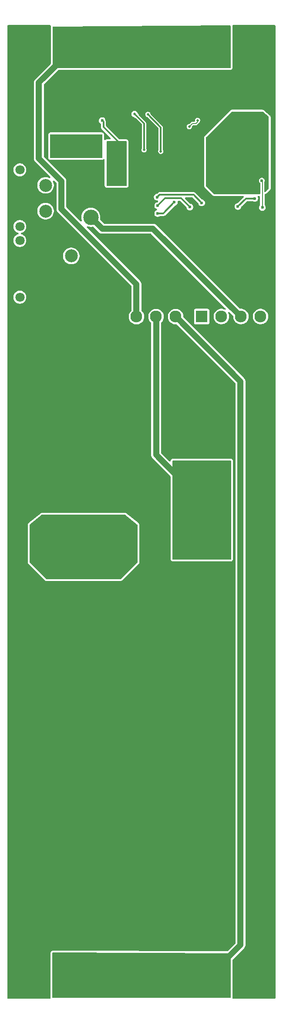
<source format=gbl>
%TF.GenerationSoftware,KiCad,Pcbnew,9.0.6*%
%TF.CreationDate,2025-12-14T22:45:36+01:00*%
%TF.ProjectId,balancingboardbyd,62616c61-6e63-4696-9e67-626f61726462,rev?*%
%TF.SameCoordinates,Original*%
%TF.FileFunction,Copper,L2,Bot*%
%TF.FilePolarity,Positive*%
%FSLAX46Y46*%
G04 Gerber Fmt 4.6, Leading zero omitted, Abs format (unit mm)*
G04 Created by KiCad (PCBNEW 9.0.6) date 2025-12-14 22:45:36*
%MOMM*%
%LPD*%
G01*
G04 APERTURE LIST*
%TA.AperFunction,ComponentPad*%
%ADD10R,2.300000X2.300000*%
%TD*%
%TA.AperFunction,ComponentPad*%
%ADD11C,2.300000*%
%TD*%
%TA.AperFunction,ComponentPad*%
%ADD12C,2.500000*%
%TD*%
%TA.AperFunction,ComponentPad*%
%ADD13C,1.800000*%
%TD*%
%TA.AperFunction,SMDPad,CuDef*%
%ADD14R,7.350000X5.320000*%
%TD*%
%TA.AperFunction,SMDPad,CuDef*%
%ADD15R,9.000000X7.500000*%
%TD*%
%TA.AperFunction,ViaPad*%
%ADD16C,0.600000*%
%TD*%
%TA.AperFunction,ViaPad*%
%ADD17C,3.000000*%
%TD*%
%TA.AperFunction,ViaPad*%
%ADD18C,0.500000*%
%TD*%
%TA.AperFunction,Conductor*%
%ADD19C,1.200000*%
%TD*%
%TA.AperFunction,Conductor*%
%ADD20C,0.200000*%
%TD*%
%TA.AperFunction,Conductor*%
%ADD21C,0.300000*%
%TD*%
G04 APERTURE END LIST*
D10*
%TO.P,CN5,1,1*%
%TO.N,BSET*%
X140480000Y-99080000D03*
D11*
%TO.P,CN5,2,2*%
%TO.N,B3*%
X144300000Y-99080000D03*
%TO.P,CN5,3,3*%
%TO.N,B4*%
X148110000Y-99080000D03*
%TO.P,CN5,4,4*%
%TO.N,B5*%
X151920000Y-99080000D03*
%TD*%
D10*
%TO.P,CN4,1,1*%
%TO.N,B6*%
X156980000Y-99070000D03*
D11*
%TO.P,CN4,2,2*%
%TO.N,B7*%
X160800000Y-99070000D03*
%TO.P,CN4,3,3*%
%TO.N,B8*%
X164610000Y-99070000D03*
%TO.P,CN4,4,4*%
%TO.N,unconnected-(CN4-Pad4)*%
X168420000Y-99070000D03*
%TD*%
D12*
%TO.P,U3,1,1*%
%TO.N,B8*%
X126620000Y-78620000D03*
%TO.P,U3,2,2*%
%TO.N,PACK-*%
X126620000Y-73620000D03*
D13*
%TO.P,U3,3,3*%
%TO.N,unconnected-(U3-Pad3)*%
X121620000Y-70620000D03*
%TO.P,U3,4,4*%
%TO.N,unconnected-(U3-Pad4)*%
X121620000Y-81620000D03*
%TD*%
D14*
%TO.P,BT2,1,1*%
%TO.N,B6*%
X135900000Y-143500000D03*
%TO.P,BT2,2,2*%
%TO.N,B5*%
X135900000Y-225200000D03*
%TO.P,BT2,3,3*%
%TO.N,B4*%
X155000000Y-143500000D03*
%TO.P,BT2,4,4*%
%TO.N,B5*%
X155000000Y-225200000D03*
%TD*%
D15*
%TO.P,U9,1,1*%
%TO.N,B3*%
X132480000Y-46540000D03*
%TO.P,U9,2,2*%
%TO.N,BSET*%
X132480000Y-132640000D03*
%TD*%
%TO.P,U6,1,1*%
%TO.N,B6*%
X132400000Y-141300000D03*
%TO.P,U6,2,2*%
%TO.N,B5*%
X132400000Y-227400000D03*
%TD*%
D12*
%TO.P,CN1,1,-*%
%TO.N,BSET*%
X131620000Y-92320000D03*
%TO.P,CN1,2,+*%
%TO.N,B8*%
X131620000Y-87320000D03*
D13*
%TO.P,CN1,3,3*%
%TO.N,unconnected-(CN1-Pad3)*%
X121620000Y-84320000D03*
%TO.P,CN1,4,4*%
%TO.N,unconnected-(CN1-Pad4)*%
X121620000Y-95320000D03*
%TD*%
D15*
%TO.P,U7,1,1*%
%TO.N,B5*%
X158100000Y-227400000D03*
%TO.P,U7,2,2*%
%TO.N,B4*%
X158100000Y-141300000D03*
%TD*%
D14*
%TO.P,BT3,1,1*%
%TO.N,B4*%
X155000000Y-129750000D03*
%TO.P,BT3,2,2*%
%TO.N,B3*%
X155000000Y-48050000D03*
%TO.P,BT3,3,3*%
%TO.N,BSET*%
X135900000Y-129750000D03*
%TO.P,BT3,4,4*%
%TO.N,B3*%
X135900000Y-48050000D03*
%TD*%
D15*
%TO.P,U8,1,1*%
%TO.N,B4*%
X158080000Y-132490000D03*
%TO.P,U8,2,2*%
%TO.N,B3*%
X158080000Y-46390000D03*
%TD*%
D16*
%TO.N,B5*%
X160675000Y-69515000D03*
X158225000Y-67065000D03*
X160725000Y-67115000D03*
X167375000Y-72515000D03*
X166825000Y-69365000D03*
X167875000Y-73115000D03*
X167525000Y-59715000D03*
X162025000Y-69515000D03*
X167375000Y-69815000D03*
X168275000Y-68665000D03*
X169425000Y-73715000D03*
X158775000Y-69565000D03*
X161175000Y-62465000D03*
X169475000Y-71315000D03*
D17*
%TO.N,BSET*%
X154020000Y-113620000D03*
X134020000Y-212620000D03*
X154020000Y-212620000D03*
X124020000Y-155620000D03*
X124020000Y-181620000D03*
X154020000Y-181620000D03*
D16*
X143775000Y-68815000D03*
D17*
X124020000Y-196620000D03*
X124020000Y-128620000D03*
D16*
X154275000Y-57815000D03*
D17*
X166020000Y-48620000D03*
X134020000Y-155620000D03*
X154020000Y-168620000D03*
D16*
X148525000Y-57815000D03*
D17*
X144020000Y-212620000D03*
X144020000Y-196620000D03*
D16*
X144375000Y-69315000D03*
X152325000Y-57815000D03*
D17*
X134020000Y-196620000D03*
X144020000Y-168620000D03*
D16*
X150425000Y-57815000D03*
D17*
X144020000Y-181620000D03*
X154020000Y-196620000D03*
X168020000Y-226620000D03*
X134020000Y-168620000D03*
D16*
X144925000Y-78865000D03*
D17*
X124020000Y-113620000D03*
X154020000Y-155620000D03*
D16*
X155775000Y-69965000D03*
D17*
X134020000Y-181620000D03*
X144020000Y-155620000D03*
X124020000Y-48620000D03*
D16*
X144925000Y-68815000D03*
X157025000Y-68765000D03*
D17*
X124020000Y-212620000D03*
X124020000Y-168620000D03*
D16*
X145025000Y-77315000D03*
%TO.N,VCC2*%
X168775000Y-77915000D03*
X168675000Y-72715000D03*
%TO.N,/VC5*%
X148325000Y-75915000D03*
X156975000Y-77015000D03*
D18*
%TO.N,/VC4*%
X143925000Y-59765000D03*
X145775000Y-66715000D03*
D16*
X148425000Y-77565000D03*
X154674999Y-77822840D03*
%TO.N,/VC3*%
X148425000Y-79065000D03*
X151665000Y-76915000D03*
D18*
%TO.N,COIN*%
X154571441Y-62238594D03*
X156176000Y-61015000D03*
D17*
%TO.N,B6*%
X125500000Y-144000000D03*
X142500000Y-146000000D03*
X131500000Y-148000000D03*
X135500000Y-148000000D03*
X139500000Y-148000000D03*
X139500000Y-139000000D03*
X142500000Y-142000000D03*
X125500000Y-140000000D03*
X127500000Y-147000000D03*
%TO.N,B8*%
X135420000Y-79820000D03*
D16*
%TO.N,O-*%
X136615000Y-64505000D03*
X135615000Y-64505000D03*
X134615000Y-64505000D03*
X136615000Y-65505000D03*
X132615000Y-66505000D03*
X130615000Y-67505000D03*
X135615000Y-67505000D03*
X129615000Y-64505000D03*
X135615000Y-65505000D03*
X128615000Y-66505000D03*
X136615000Y-67505000D03*
X128615000Y-67505000D03*
X129615000Y-66505000D03*
X130615000Y-64505000D03*
X133615000Y-66505000D03*
X134615000Y-65505000D03*
X130615000Y-66505000D03*
X133615000Y-64505000D03*
X133615000Y-67505000D03*
X131615000Y-66505000D03*
X128615000Y-65505000D03*
X130615000Y-65505000D03*
X133615000Y-65505000D03*
X132615000Y-65505000D03*
X132615000Y-64505000D03*
X134615000Y-66505000D03*
X131615000Y-64505000D03*
X134615000Y-67505000D03*
X128615000Y-64505000D03*
X132615000Y-67505000D03*
X129615000Y-65505000D03*
X131615000Y-65505000D03*
X135615000Y-66505000D03*
X136615000Y-66505000D03*
X131615000Y-67505000D03*
X129615000Y-67505000D03*
D18*
%TO.N,Net-(Q8-S)*%
X149025000Y-67015000D03*
X146525000Y-59865000D03*
D16*
%TO.N,Net-(Q11-S-Pad1)*%
X139875000Y-70315000D03*
X140875000Y-68315000D03*
X141875000Y-69315000D03*
X140875000Y-67315000D03*
X140875000Y-71315000D03*
X138875000Y-69315000D03*
X140875000Y-66315000D03*
X140875000Y-69315000D03*
X138875000Y-70315000D03*
X140875000Y-65315000D03*
X141875000Y-67315000D03*
X139875000Y-69315000D03*
X141875000Y-71315000D03*
X139875000Y-71315000D03*
X138875000Y-71315000D03*
X141875000Y-66315000D03*
X140875000Y-70315000D03*
X137625000Y-61065000D03*
X141875000Y-70315000D03*
X141875000Y-65315000D03*
X141875000Y-68315000D03*
%TO.N,/VC7*%
X164025000Y-77715000D03*
X167275000Y-76165000D03*
%TD*%
D19*
%TO.N,B5*%
X158100000Y-227400000D02*
X164520000Y-220980000D01*
X164520000Y-111655000D02*
X151925000Y-99060000D01*
X164520000Y-220980000D02*
X164520000Y-111655000D01*
D20*
%TO.N,VCC2*%
X168775000Y-72815000D02*
X168675000Y-72715000D01*
X168775000Y-77915000D02*
X168775000Y-72815000D01*
D21*
%TO.N,/VC5*%
X148325000Y-75915000D02*
X148775000Y-75465000D01*
X155425000Y-75465000D02*
X156975000Y-77015000D01*
X148775000Y-75465000D02*
X155425000Y-75465000D01*
%TO.N,/VC4*%
X152967159Y-76115000D02*
X154674999Y-77822840D01*
X148425000Y-77565000D02*
X149875000Y-76115000D01*
X145775000Y-61615000D02*
X145775000Y-66715000D01*
X149875000Y-76115000D02*
X152967159Y-76115000D01*
X143925000Y-59765000D02*
X145775000Y-61615000D01*
%TO.N,/VC3*%
X148425000Y-79065000D02*
X149515000Y-79065000D01*
X149515000Y-79065000D02*
X151665000Y-76915000D01*
D20*
%TO.N,COIN*%
X156176000Y-61265000D02*
X155826000Y-61615000D01*
X155826000Y-61615000D02*
X155198298Y-61615000D01*
X154574704Y-62238594D02*
X154571441Y-62238594D01*
X155198298Y-61615000D02*
X154574704Y-62238594D01*
X156176000Y-61015000D02*
X156176000Y-61265000D01*
D19*
%TO.N,B8*%
X147520000Y-82020000D02*
X137620000Y-82020000D01*
X164615000Y-99060000D02*
X164560000Y-99060000D01*
X137620000Y-82020000D02*
X135420000Y-79820000D01*
X164560000Y-99060000D02*
X147520000Y-82020000D01*
%TO.N,B4*%
X148115000Y-99060000D02*
X148115000Y-125915000D01*
X148115000Y-125915000D02*
X151950000Y-129750000D01*
X151950000Y-129750000D02*
X155000000Y-129750000D01*
%TO.N,B3*%
X129720000Y-78220000D02*
X129720000Y-72820000D01*
X144295000Y-92795000D02*
X129720000Y-78220000D01*
X144295000Y-99060000D02*
X144295000Y-92795000D01*
X129720000Y-72820000D02*
X125320000Y-68420000D01*
X125320000Y-68420000D02*
X125320000Y-53700000D01*
X125320000Y-53700000D02*
X132480000Y-46540000D01*
D21*
%TO.N,Net-(Q8-S)*%
X149025000Y-67015000D02*
X149025000Y-62365000D01*
X149025000Y-62365000D02*
X146525000Y-59865000D01*
%TO.N,Net-(Q11-S-Pad1)*%
X137875000Y-61315000D02*
X137875000Y-62315000D01*
X137875000Y-62315000D02*
X140875000Y-65315000D01*
X137625000Y-61065000D02*
X137875000Y-61315000D01*
%TO.N,/VC7*%
X167275000Y-76165000D02*
X165575000Y-76165000D01*
X165575000Y-76165000D02*
X164025000Y-77715000D01*
%TD*%
%TA.AperFunction,Conductor*%
%TO.N,BSET*%
G36*
X157325000Y-71315000D02*
G01*
X156325000Y-72315000D01*
X148325000Y-72315000D01*
X146325000Y-74315000D01*
X146325000Y-80315000D01*
X144325000Y-80315000D01*
X143325000Y-79315000D01*
X143325000Y-71315000D01*
X143325000Y-61315000D01*
X144113975Y-60526024D01*
X145334181Y-61746230D01*
X145367666Y-61807553D01*
X145370500Y-61833911D01*
X145370500Y-66373389D01*
X145353887Y-66435389D01*
X145304882Y-66520266D01*
X145304881Y-66520270D01*
X145270500Y-66648581D01*
X145270500Y-66781419D01*
X145304881Y-66909730D01*
X145371300Y-67024770D01*
X145465230Y-67118700D01*
X145580270Y-67185119D01*
X145708581Y-67219500D01*
X145708584Y-67219500D01*
X145841416Y-67219500D01*
X145841419Y-67219500D01*
X145969730Y-67185119D01*
X146084770Y-67118700D01*
X146178700Y-67024770D01*
X146245119Y-66909730D01*
X146279500Y-66781419D01*
X146279500Y-66648581D01*
X146245119Y-66520270D01*
X146196113Y-66435389D01*
X146179500Y-66373389D01*
X146179500Y-61561749D01*
X146179500Y-61561747D01*
X146151934Y-61458869D01*
X146098680Y-61366631D01*
X146023369Y-61291320D01*
X144686024Y-59953975D01*
X144841418Y-59798581D01*
X146020500Y-59798581D01*
X146020500Y-59931419D01*
X146054881Y-60059730D01*
X146121300Y-60174770D01*
X146215230Y-60268700D01*
X146330270Y-60335119D01*
X146424944Y-60360486D01*
X146480531Y-60392580D01*
X148584181Y-62496230D01*
X148617666Y-62557553D01*
X148620500Y-62583911D01*
X148620500Y-66673389D01*
X148603887Y-66735389D01*
X148554882Y-66820266D01*
X148554881Y-66820270D01*
X148520500Y-66948581D01*
X148520500Y-67081419D01*
X148554881Y-67209730D01*
X148621300Y-67324770D01*
X148715230Y-67418700D01*
X148830270Y-67485119D01*
X148958581Y-67519500D01*
X148958584Y-67519500D01*
X149091416Y-67519500D01*
X149091419Y-67519500D01*
X149219730Y-67485119D01*
X149334770Y-67418700D01*
X149428700Y-67324770D01*
X149495119Y-67209730D01*
X149529500Y-67081419D01*
X149529500Y-66948581D01*
X149495119Y-66820270D01*
X149472688Y-66781419D01*
X149446113Y-66735389D01*
X149429500Y-66673389D01*
X149429500Y-62311749D01*
X149429500Y-62311747D01*
X149401934Y-62208869D01*
X149380749Y-62172175D01*
X154066941Y-62172175D01*
X154066941Y-62305013D01*
X154101322Y-62433324D01*
X154167741Y-62548364D01*
X154261671Y-62642294D01*
X154376711Y-62708713D01*
X154505022Y-62743094D01*
X154505025Y-62743094D01*
X154637857Y-62743094D01*
X154637860Y-62743094D01*
X154766171Y-62708713D01*
X154881211Y-62642294D01*
X154975141Y-62548364D01*
X155041560Y-62433324D01*
X155075941Y-62305013D01*
X155075941Y-62290058D01*
X155095626Y-62223019D01*
X155112260Y-62202377D01*
X155308818Y-62005819D01*
X155370141Y-61972334D01*
X155396499Y-61969500D01*
X155872669Y-61969500D01*
X155872671Y-61969500D01*
X155962832Y-61945341D01*
X156043668Y-61898671D01*
X156459671Y-61482668D01*
X156473411Y-61458869D01*
X156503240Y-61407202D01*
X156522940Y-61381529D01*
X156579700Y-61324770D01*
X156646119Y-61209730D01*
X156680500Y-61081419D01*
X156680500Y-60948581D01*
X156646119Y-60820270D01*
X156579700Y-60705230D01*
X156485770Y-60611300D01*
X156370730Y-60544881D01*
X156242419Y-60510500D01*
X156109581Y-60510500D01*
X155981270Y-60544881D01*
X155981268Y-60544881D01*
X155981268Y-60544882D01*
X155866230Y-60611300D01*
X155866227Y-60611302D01*
X155772302Y-60705227D01*
X155772300Y-60705230D01*
X155705881Y-60820270D01*
X155671500Y-60948581D01*
X155671500Y-60948583D01*
X155671500Y-61081418D01*
X155677660Y-61104407D01*
X155675997Y-61174256D01*
X155636835Y-61232119D01*
X155572606Y-61259623D01*
X155557885Y-61260500D01*
X155244969Y-61260500D01*
X155151627Y-61260500D01*
X155091519Y-61276606D01*
X155061465Y-61284659D01*
X154980631Y-61331328D01*
X154980628Y-61331330D01*
X154614184Y-61697775D01*
X154552861Y-61731260D01*
X154526503Y-61734094D01*
X154505022Y-61734094D01*
X154376711Y-61768475D01*
X154376709Y-61768475D01*
X154376709Y-61768476D01*
X154261671Y-61834894D01*
X154261668Y-61834896D01*
X154167743Y-61928821D01*
X154167741Y-61928824D01*
X154101322Y-62043864D01*
X154066941Y-62172175D01*
X149380749Y-62172175D01*
X149348680Y-62116631D01*
X149273369Y-62041320D01*
X147052580Y-59820531D01*
X147020486Y-59764943D01*
X147002704Y-59698581D01*
X146995119Y-59670270D01*
X146928700Y-59555230D01*
X146834770Y-59461300D01*
X146719730Y-59394881D01*
X146591419Y-59360500D01*
X146458581Y-59360500D01*
X146330270Y-59394881D01*
X146330268Y-59394881D01*
X146330268Y-59394882D01*
X146215230Y-59461300D01*
X146215227Y-59461302D01*
X146121302Y-59555227D01*
X146121300Y-59555230D01*
X146054881Y-59670270D01*
X146020500Y-59798581D01*
X144841418Y-59798581D01*
X147325000Y-57315000D01*
X157325000Y-57315000D01*
X157325000Y-71315000D01*
G37*
%TD.AperFunction*%
%TD*%
%TA.AperFunction,Conductor*%
%TO.N,B5*%
G36*
X168847145Y-59334685D02*
G01*
X168859489Y-59343741D01*
X169980383Y-60277819D01*
X170019282Y-60335858D01*
X170025000Y-60373078D01*
X170025000Y-74256921D01*
X170005315Y-74323960D01*
X169980383Y-74352180D01*
X169332883Y-74891764D01*
X169268780Y-74919560D01*
X169199826Y-74908286D01*
X169147913Y-74861523D01*
X169129500Y-74796505D01*
X169129500Y-73070008D01*
X169146112Y-73008009D01*
X169191712Y-72929029D01*
X169229500Y-72788001D01*
X169229500Y-72641999D01*
X169191712Y-72500971D01*
X169118711Y-72374529D01*
X169015471Y-72271289D01*
X169015470Y-72271288D01*
X169015467Y-72271286D01*
X168889031Y-72198289D01*
X168889030Y-72198288D01*
X168889029Y-72198288D01*
X168748001Y-72160500D01*
X168601999Y-72160500D01*
X168460971Y-72198288D01*
X168460968Y-72198289D01*
X168334532Y-72271286D01*
X168334527Y-72271290D01*
X168231290Y-72374527D01*
X168231286Y-72374532D01*
X168158289Y-72500968D01*
X168158288Y-72500971D01*
X168120500Y-72641999D01*
X168120500Y-72788000D01*
X168158288Y-72929028D01*
X168158289Y-72929031D01*
X168231286Y-73055467D01*
X168231288Y-73055470D01*
X168231289Y-73055471D01*
X168334529Y-73158711D01*
X168358498Y-73172549D01*
X168406714Y-73223114D01*
X168420500Y-73279937D01*
X168420500Y-75191000D01*
X168400815Y-75258039D01*
X168348011Y-75303794D01*
X168296500Y-75315000D01*
X159376362Y-75315000D01*
X159309323Y-75295315D01*
X159288681Y-75278681D01*
X157861319Y-73851319D01*
X157827834Y-73789996D01*
X157825000Y-73763638D01*
X157825000Y-64366362D01*
X157844685Y-64299323D01*
X157861319Y-64278681D01*
X162788681Y-59351319D01*
X162850004Y-59317834D01*
X162876362Y-59315000D01*
X168780106Y-59315000D01*
X168847145Y-59334685D01*
G37*
%TD.AperFunction*%
%TD*%
%TA.AperFunction,Conductor*%
%TO.N,O-*%
G36*
X137618039Y-63734685D02*
G01*
X137663794Y-63787489D01*
X137675000Y-63839000D01*
X137675000Y-68191000D01*
X137655315Y-68258039D01*
X137602511Y-68303794D01*
X137551000Y-68315000D01*
X127599000Y-68315000D01*
X127531961Y-68295315D01*
X127486206Y-68242511D01*
X127475000Y-68191000D01*
X127475000Y-63839000D01*
X127494685Y-63771961D01*
X127547489Y-63726206D01*
X127599000Y-63715000D01*
X137551000Y-63715000D01*
X137618039Y-63734685D01*
G37*
%TD.AperFunction*%
%TD*%
%TA.AperFunction,Conductor*%
%TO.N,Net-(Q11-S-Pad1)*%
G36*
X142318039Y-65034685D02*
G01*
X142363794Y-65087489D01*
X142375000Y-65139000D01*
X142375000Y-73641000D01*
X142355315Y-73708039D01*
X142302511Y-73753794D01*
X142251000Y-73765000D01*
X138599000Y-73765000D01*
X138531961Y-73745315D01*
X138486206Y-73692511D01*
X138475000Y-73641000D01*
X138475000Y-65139000D01*
X138494685Y-65071961D01*
X138547489Y-65026206D01*
X138599000Y-65015000D01*
X142251000Y-65015000D01*
X142318039Y-65034685D01*
G37*
%TD.AperFunction*%
%TD*%
%TA.AperFunction,Conductor*%
%TO.N,B6*%
G36*
X142086261Y-137519685D02*
G01*
X142096376Y-137526927D01*
X144453158Y-139400267D01*
X144493390Y-139457390D01*
X144500000Y-139497336D01*
X144500000Y-146698638D01*
X144480315Y-146765677D01*
X144463681Y-146786319D01*
X141286319Y-149963681D01*
X141224996Y-149997166D01*
X141198638Y-150000000D01*
X126801362Y-150000000D01*
X126734323Y-149980315D01*
X126713681Y-149963681D01*
X123536319Y-146786319D01*
X123502834Y-146724996D01*
X123500000Y-146698638D01*
X123500000Y-139497336D01*
X123519685Y-139430297D01*
X123546840Y-139400268D01*
X125903620Y-137526929D01*
X125968348Y-137500625D01*
X125980778Y-137500000D01*
X142019222Y-137500000D01*
X142086261Y-137519685D01*
G37*
%TD.AperFunction*%
%TD*%
%TA.AperFunction,Conductor*%
%TO.N,BSET*%
G36*
X127566138Y-42540462D02*
G01*
X127620676Y-42595000D01*
X127640638Y-42669500D01*
X127639081Y-42690984D01*
X127629500Y-42756733D01*
X127629500Y-49984572D01*
X127609538Y-50059072D01*
X127585859Y-50089931D01*
X124581701Y-53094088D01*
X124477677Y-53249770D01*
X124477674Y-53249774D01*
X124435705Y-53351097D01*
X124435705Y-53351099D01*
X124406027Y-53422749D01*
X124406026Y-53422752D01*
X124369500Y-53606383D01*
X124369500Y-68513617D01*
X124381205Y-68572463D01*
X124406026Y-68697249D01*
X124406027Y-68697251D01*
X124423527Y-68739500D01*
X124477675Y-68870227D01*
X124477676Y-68870229D01*
X124477677Y-68870230D01*
X124581698Y-69025908D01*
X124581701Y-69025911D01*
X127503304Y-71947514D01*
X127541868Y-72014309D01*
X127541868Y-72091437D01*
X127503304Y-72158232D01*
X127436509Y-72196796D01*
X127359381Y-72196796D01*
X127330301Y-72185633D01*
X127234390Y-72136764D01*
X127234384Y-72136762D01*
X127234379Y-72136759D01*
X126994785Y-72058910D01*
X126745962Y-72019500D01*
X126494038Y-72019500D01*
X126286685Y-72052341D01*
X126245214Y-72058910D01*
X126145107Y-72091437D01*
X126005621Y-72136759D01*
X126005615Y-72136761D01*
X126005615Y-72136762D01*
X125781153Y-72251131D01*
X125781152Y-72251131D01*
X125577345Y-72399206D01*
X125577342Y-72399208D01*
X125399208Y-72577342D01*
X125399206Y-72577345D01*
X125251131Y-72781152D01*
X125251131Y-72781153D01*
X125136762Y-73005615D01*
X125136757Y-73005627D01*
X125069147Y-73213710D01*
X125058910Y-73245215D01*
X125019500Y-73494038D01*
X125019500Y-73745962D01*
X125058910Y-73994785D01*
X125136759Y-74234379D01*
X125233436Y-74424119D01*
X125251131Y-74458846D01*
X125251131Y-74458847D01*
X125324141Y-74559336D01*
X125399207Y-74662656D01*
X125577344Y-74840793D01*
X125781155Y-74988870D01*
X126005621Y-75103241D01*
X126245215Y-75181090D01*
X126494038Y-75220500D01*
X126494043Y-75220500D01*
X126745957Y-75220500D01*
X126745962Y-75220500D01*
X126994785Y-75181090D01*
X127234379Y-75103241D01*
X127458845Y-74988870D01*
X127662656Y-74840793D01*
X127840793Y-74662656D01*
X127988870Y-74458845D01*
X128103241Y-74234379D01*
X128181090Y-73994785D01*
X128220500Y-73745962D01*
X128220500Y-73494038D01*
X128181090Y-73245215D01*
X128103241Y-73005621D01*
X128054365Y-72909697D01*
X128038330Y-72834256D01*
X128062164Y-72760903D01*
X128119481Y-72709294D01*
X128194924Y-72693258D01*
X128268277Y-72717092D01*
X128292485Y-72736695D01*
X128725859Y-73170069D01*
X128764423Y-73236864D01*
X128769500Y-73275428D01*
X128769500Y-78313617D01*
X128774525Y-78338880D01*
X128794539Y-78439499D01*
X128806026Y-78497249D01*
X128877675Y-78670227D01*
X128877676Y-78670229D01*
X128877677Y-78670230D01*
X128981698Y-78825908D01*
X128981701Y-78825911D01*
X143300859Y-93145069D01*
X143339423Y-93211864D01*
X143344500Y-93250428D01*
X143344500Y-97851755D01*
X143324538Y-97926255D01*
X143300859Y-97957114D01*
X143155483Y-98102490D01*
X143155479Y-98102494D01*
X143155476Y-98102499D01*
X143016658Y-98293565D01*
X142964504Y-98395924D01*
X142909432Y-98504008D01*
X142836447Y-98728632D01*
X142799500Y-98961908D01*
X142799500Y-99198092D01*
X142836447Y-99431368D01*
X142909432Y-99655992D01*
X143016657Y-99866433D01*
X143155483Y-100057510D01*
X143322490Y-100224517D01*
X143513567Y-100363343D01*
X143724008Y-100470568D01*
X143948632Y-100543553D01*
X144181908Y-100580500D01*
X144181913Y-100580500D01*
X144418087Y-100580500D01*
X144418092Y-100580500D01*
X144651368Y-100543553D01*
X144875992Y-100470568D01*
X145086433Y-100363343D01*
X145277510Y-100224517D01*
X145444517Y-100057510D01*
X145583343Y-99866433D01*
X145690568Y-99655992D01*
X145763553Y-99431368D01*
X145800500Y-99198092D01*
X145800500Y-98961908D01*
X146609500Y-98961908D01*
X146609500Y-99198092D01*
X146646447Y-99431368D01*
X146719432Y-99655992D01*
X146826657Y-99866433D01*
X146965483Y-100057510D01*
X147120860Y-100212887D01*
X147159423Y-100279680D01*
X147164500Y-100318244D01*
X147164500Y-126008617D01*
X147201026Y-126192247D01*
X147201027Y-126192251D01*
X147272675Y-126365227D01*
X147272676Y-126365229D01*
X147272677Y-126365230D01*
X147376698Y-126520908D01*
X147376700Y-126520910D01*
X147376701Y-126520911D01*
X150900859Y-130045068D01*
X150939423Y-130111863D01*
X150944500Y-130150427D01*
X150944500Y-146075994D01*
X150944501Y-146076012D01*
X150952623Y-146151560D01*
X150952624Y-146151568D01*
X150952625Y-146151570D01*
X150957974Y-146176159D01*
X150963831Y-146203079D01*
X150963835Y-146203096D01*
X150981502Y-146260462D01*
X150990186Y-146274669D01*
X150996910Y-146286929D01*
X151035802Y-146366483D01*
X151118517Y-146449198D01*
X151120278Y-146450059D01*
X151142283Y-146464971D01*
X151142638Y-146464447D01*
X151151468Y-146470407D01*
X151151473Y-146470409D01*
X151151475Y-146470411D01*
X151256802Y-146521414D01*
X151323841Y-146541099D01*
X151367491Y-146547375D01*
X151423989Y-146555499D01*
X151423997Y-146555499D01*
X151424000Y-146555500D01*
X151424003Y-146555500D01*
X162575994Y-146555500D01*
X162576000Y-146555500D01*
X162651570Y-146547375D01*
X162703081Y-146536169D01*
X162760464Y-146518497D01*
X162860314Y-146457463D01*
X162913118Y-146411708D01*
X162970411Y-146348525D01*
X163021414Y-146243198D01*
X163041099Y-146176159D01*
X163050048Y-146113914D01*
X163055499Y-146076010D01*
X163055500Y-146075997D01*
X163055500Y-127124005D01*
X163055500Y-127124000D01*
X163047375Y-127048430D01*
X163036169Y-126996919D01*
X163018497Y-126939536D01*
X162957463Y-126839686D01*
X162911708Y-126786882D01*
X162848526Y-126729590D01*
X162848527Y-126729590D01*
X162848525Y-126729589D01*
X162743198Y-126678586D01*
X162743190Y-126678583D01*
X162743189Y-126678583D01*
X162676159Y-126658901D01*
X162676154Y-126658900D01*
X162576010Y-126644500D01*
X162576000Y-126644500D01*
X151424000Y-126644500D01*
X151423994Y-126644500D01*
X151423987Y-126644501D01*
X151348439Y-126652623D01*
X151348430Y-126652625D01*
X151296919Y-126663831D01*
X151296914Y-126663832D01*
X151296896Y-126663837D01*
X151239542Y-126681500D01*
X151239537Y-126681502D01*
X151139692Y-126742532D01*
X151139686Y-126742536D01*
X151086879Y-126788294D01*
X151029590Y-126851473D01*
X151029589Y-126851474D01*
X151029589Y-126851475D01*
X150978586Y-126956802D01*
X150978584Y-126956806D01*
X150978583Y-126956810D01*
X150958901Y-127023840D01*
X150958900Y-127023842D01*
X150952130Y-127070927D01*
X150921767Y-127141827D01*
X150860022Y-127188047D01*
X150783439Y-127197202D01*
X150712539Y-127166839D01*
X150699288Y-127155078D01*
X149109141Y-125564931D01*
X149070577Y-125498136D01*
X149065500Y-125459572D01*
X149065500Y-100308244D01*
X149085462Y-100233744D01*
X149109137Y-100202889D01*
X149254517Y-100057510D01*
X149393343Y-99866433D01*
X149500568Y-99655992D01*
X149573553Y-99431368D01*
X149610500Y-99198092D01*
X149610500Y-98961908D01*
X149573553Y-98728632D01*
X149500568Y-98504008D01*
X149393343Y-98293567D01*
X149254517Y-98102490D01*
X149087510Y-97935483D01*
X148896433Y-97796657D01*
X148685992Y-97689432D01*
X148461368Y-97616447D01*
X148228092Y-97579500D01*
X147991908Y-97579500D01*
X147758632Y-97616447D01*
X147564776Y-97679435D01*
X147534008Y-97689432D01*
X147534002Y-97689434D01*
X147534002Y-97689435D01*
X147323565Y-97796658D01*
X147132499Y-97935476D01*
X147132488Y-97935485D01*
X146965485Y-98102488D01*
X146965476Y-98102499D01*
X146826658Y-98293565D01*
X146774504Y-98395924D01*
X146719432Y-98504008D01*
X146646447Y-98728632D01*
X146609500Y-98961908D01*
X145800500Y-98961908D01*
X145763553Y-98728632D01*
X145690568Y-98504008D01*
X145583343Y-98293567D01*
X145444517Y-98102490D01*
X145289141Y-97947114D01*
X145250577Y-97880319D01*
X145245500Y-97841755D01*
X145245500Y-92701383D01*
X145208973Y-92517750D01*
X145208973Y-92517749D01*
X145179294Y-92446099D01*
X145137323Y-92344770D01*
X145033302Y-92189092D01*
X134664525Y-81820315D01*
X134625961Y-81753520D01*
X134625961Y-81676392D01*
X134664525Y-81609597D01*
X134731320Y-81571033D01*
X134808448Y-81571033D01*
X134819205Y-81574686D01*
X134819274Y-81574484D01*
X134823891Y-81576050D01*
X134823900Y-81576054D01*
X135058211Y-81638838D01*
X135058217Y-81638838D01*
X135058218Y-81638839D01*
X135123600Y-81647446D01*
X135298712Y-81670500D01*
X135541288Y-81670500D01*
X135781789Y-81638838D01*
X135787689Y-81637257D01*
X135864815Y-81637257D01*
X135931610Y-81675821D01*
X135931611Y-81675821D01*
X137014092Y-82758302D01*
X137169770Y-82862323D01*
X137271099Y-82904294D01*
X137342749Y-82933973D01*
X137434566Y-82952236D01*
X137526383Y-82970500D01*
X137526384Y-82970500D01*
X147064572Y-82970500D01*
X147139072Y-82990462D01*
X147169931Y-83014141D01*
X161647079Y-97491289D01*
X161685643Y-97558084D01*
X161685643Y-97635212D01*
X161647079Y-97702007D01*
X161580284Y-97740571D01*
X161503156Y-97740571D01*
X161474075Y-97729408D01*
X161375992Y-97679432D01*
X161151368Y-97606447D01*
X160918092Y-97569500D01*
X160681908Y-97569500D01*
X160448632Y-97606447D01*
X160224008Y-97679432D01*
X160224002Y-97679434D01*
X160224002Y-97679435D01*
X160013565Y-97786658D01*
X159822499Y-97925476D01*
X159822488Y-97925485D01*
X159655485Y-98092488D01*
X159655476Y-98092499D01*
X159516658Y-98283565D01*
X159516657Y-98283567D01*
X159409432Y-98494008D01*
X159336447Y-98718632D01*
X159299500Y-98951908D01*
X159299500Y-99188092D01*
X159336447Y-99421368D01*
X159409432Y-99645992D01*
X159516657Y-99856433D01*
X159655483Y-100047510D01*
X159822490Y-100214517D01*
X160013567Y-100353343D01*
X160224008Y-100460568D01*
X160448632Y-100533553D01*
X160681908Y-100570500D01*
X160681913Y-100570500D01*
X160918087Y-100570500D01*
X160918092Y-100570500D01*
X161151368Y-100533553D01*
X161375992Y-100460568D01*
X161586433Y-100353343D01*
X161777510Y-100214517D01*
X161944517Y-100047510D01*
X162083343Y-99856433D01*
X162190568Y-99645992D01*
X162263553Y-99421368D01*
X162300500Y-99188092D01*
X162300500Y-98951908D01*
X162263553Y-98718632D01*
X162190568Y-98494008D01*
X162140590Y-98395921D01*
X162124555Y-98320482D01*
X162148389Y-98247128D01*
X162205706Y-98195519D01*
X162281148Y-98179483D01*
X162354502Y-98203317D01*
X162378710Y-98222920D01*
X163065859Y-98910069D01*
X163104423Y-98976864D01*
X163109500Y-99015428D01*
X163109500Y-99188092D01*
X163146447Y-99421368D01*
X163219432Y-99645992D01*
X163326657Y-99856433D01*
X163465483Y-100047510D01*
X163632490Y-100214517D01*
X163823567Y-100353343D01*
X164034008Y-100460568D01*
X164258632Y-100533553D01*
X164491908Y-100570500D01*
X164491913Y-100570500D01*
X164728087Y-100570500D01*
X164728092Y-100570500D01*
X164961368Y-100533553D01*
X165185992Y-100460568D01*
X165396433Y-100353343D01*
X165587510Y-100214517D01*
X165754517Y-100047510D01*
X165893343Y-99856433D01*
X166000568Y-99645992D01*
X166073553Y-99421368D01*
X166110500Y-99188092D01*
X166110500Y-98951908D01*
X166919500Y-98951908D01*
X166919500Y-99188092D01*
X166956447Y-99421368D01*
X167029432Y-99645992D01*
X167136657Y-99856433D01*
X167275483Y-100047510D01*
X167442490Y-100214517D01*
X167633567Y-100353343D01*
X167844008Y-100460568D01*
X168068632Y-100533553D01*
X168301908Y-100570500D01*
X168301913Y-100570500D01*
X168538087Y-100570500D01*
X168538092Y-100570500D01*
X168771368Y-100533553D01*
X168995992Y-100460568D01*
X169206433Y-100353343D01*
X169397510Y-100214517D01*
X169564517Y-100047510D01*
X169703343Y-99856433D01*
X169810568Y-99645992D01*
X169883553Y-99421368D01*
X169920500Y-99188092D01*
X169920500Y-98951908D01*
X169883553Y-98718632D01*
X169810568Y-98494008D01*
X169703343Y-98283567D01*
X169564517Y-98092490D01*
X169397510Y-97925483D01*
X169206433Y-97786657D01*
X168995992Y-97679432D01*
X168771368Y-97606447D01*
X168538092Y-97569500D01*
X168301908Y-97569500D01*
X168068632Y-97606447D01*
X167844008Y-97679432D01*
X167844002Y-97679434D01*
X167844002Y-97679435D01*
X167633565Y-97786658D01*
X167442499Y-97925476D01*
X167442488Y-97925485D01*
X167275485Y-98092488D01*
X167275476Y-98092499D01*
X167136658Y-98283565D01*
X167136657Y-98283567D01*
X167029432Y-98494008D01*
X166956447Y-98718632D01*
X166919500Y-98951908D01*
X166110500Y-98951908D01*
X166073553Y-98718632D01*
X166000568Y-98494008D01*
X165893343Y-98283567D01*
X165754517Y-98092490D01*
X165587510Y-97925483D01*
X165396433Y-97786657D01*
X165185992Y-97679432D01*
X164961368Y-97606447D01*
X164728092Y-97569500D01*
X164491908Y-97569500D01*
X164491894Y-97569500D01*
X164487872Y-97569816D01*
X164486168Y-97569500D01*
X164486054Y-97569500D01*
X164486054Y-97569478D01*
X164412037Y-97555750D01*
X164370843Y-97526633D01*
X148125911Y-81281701D01*
X148125908Y-81281698D01*
X147970230Y-81177677D01*
X147970227Y-81177676D01*
X147970225Y-81177674D01*
X147868902Y-81135705D01*
X147868901Y-81135705D01*
X147797251Y-81106027D01*
X147797247Y-81106026D01*
X147750722Y-81096771D01*
X147705433Y-81087763D01*
X147705432Y-81087762D01*
X147613617Y-81069500D01*
X147613616Y-81069500D01*
X138075428Y-81069500D01*
X138000928Y-81049538D01*
X137970069Y-81025859D01*
X137275821Y-80331611D01*
X137237257Y-80264816D01*
X137237257Y-80187689D01*
X137238838Y-80181789D01*
X137270500Y-79941288D01*
X137270500Y-79698712D01*
X137238922Y-79458846D01*
X137238839Y-79458218D01*
X137238838Y-79458217D01*
X137238838Y-79458211D01*
X137176054Y-79223900D01*
X137083224Y-78999788D01*
X136961936Y-78789711D01*
X136814265Y-78597262D01*
X136642738Y-78425735D01*
X136450289Y-78278064D01*
X136355134Y-78223126D01*
X136240216Y-78156778D01*
X136240214Y-78156777D01*
X136240212Y-78156776D01*
X136031382Y-78070276D01*
X136016103Y-78063947D01*
X136016101Y-78063946D01*
X136016100Y-78063946D01*
X135781789Y-78001162D01*
X135781787Y-78001161D01*
X135781781Y-78001160D01*
X135541293Y-77969500D01*
X135541288Y-77969500D01*
X135298712Y-77969500D01*
X135298706Y-77969500D01*
X135058218Y-78001160D01*
X134823896Y-78063947D01*
X134599783Y-78156778D01*
X134389712Y-78278063D01*
X134366920Y-78295552D01*
X134197262Y-78425735D01*
X134197260Y-78425736D01*
X134197256Y-78425740D01*
X134025740Y-78597256D01*
X133878063Y-78789712D01*
X133756778Y-78999783D01*
X133663947Y-79223896D01*
X133601160Y-79458218D01*
X133569500Y-79698706D01*
X133569500Y-79941293D01*
X133601160Y-80181781D01*
X133601161Y-80181787D01*
X133601162Y-80181789D01*
X133651459Y-80369500D01*
X133663948Y-80416106D01*
X133665516Y-80420726D01*
X133663785Y-80421313D01*
X133672767Y-80489576D01*
X133643245Y-80560830D01*
X133582051Y-80607778D01*
X133505582Y-80617839D01*
X133434328Y-80588317D01*
X133419684Y-80575474D01*
X130714141Y-77869931D01*
X130675577Y-77803136D01*
X130670500Y-77764572D01*
X130670500Y-72726383D01*
X130658324Y-72665172D01*
X130633973Y-72542749D01*
X130601561Y-72464500D01*
X130574516Y-72399208D01*
X130562324Y-72369772D01*
X130562323Y-72369770D01*
X130458302Y-72214092D01*
X126314141Y-68069931D01*
X126275577Y-68003136D01*
X126270500Y-67964572D01*
X126270500Y-63838989D01*
X127119500Y-63838989D01*
X127119500Y-68190994D01*
X127119501Y-68191012D01*
X127127623Y-68266560D01*
X127127624Y-68266568D01*
X127127625Y-68266570D01*
X127132974Y-68291159D01*
X127138831Y-68318079D01*
X127138837Y-68318103D01*
X127156500Y-68375457D01*
X127156502Y-68375462D01*
X127217532Y-68475307D01*
X127217536Y-68475313D01*
X127217537Y-68475314D01*
X127249041Y-68511672D01*
X127263294Y-68528120D01*
X127326473Y-68585409D01*
X127326475Y-68585411D01*
X127431802Y-68636414D01*
X127498841Y-68656099D01*
X127542491Y-68662375D01*
X127598989Y-68670499D01*
X127598997Y-68670499D01*
X127599000Y-68670500D01*
X127599003Y-68670500D01*
X137550994Y-68670500D01*
X137551000Y-68670500D01*
X137626570Y-68662375D01*
X137678081Y-68651169D01*
X137735464Y-68633497D01*
X137835314Y-68572463D01*
X137872927Y-68539870D01*
X137942300Y-68506171D01*
X138019232Y-68511672D01*
X138083106Y-68554903D01*
X138116807Y-68624278D01*
X138119500Y-68652478D01*
X138119500Y-73640994D01*
X138119501Y-73641012D01*
X138127623Y-73716560D01*
X138127624Y-73716568D01*
X138127625Y-73716570D01*
X138137864Y-73763638D01*
X138138831Y-73768079D01*
X138138837Y-73768103D01*
X138156500Y-73825457D01*
X138156502Y-73825462D01*
X138217532Y-73925307D01*
X138217536Y-73925313D01*
X138217537Y-73925314D01*
X138247912Y-73960369D01*
X138263294Y-73978120D01*
X138326473Y-74035409D01*
X138326475Y-74035411D01*
X138431802Y-74086414D01*
X138498841Y-74106099D01*
X138542491Y-74112375D01*
X138598989Y-74120499D01*
X138598997Y-74120499D01*
X138599000Y-74120500D01*
X138599003Y-74120500D01*
X142250994Y-74120500D01*
X142251000Y-74120500D01*
X142326570Y-74112375D01*
X142378081Y-74101169D01*
X142435464Y-74083497D01*
X142535314Y-74022463D01*
X142588118Y-73976708D01*
X142645411Y-73913525D01*
X142696414Y-73808198D01*
X142716099Y-73741159D01*
X142725048Y-73678914D01*
X142730499Y-73641010D01*
X142730500Y-73640997D01*
X142730500Y-65139005D01*
X142730500Y-65139000D01*
X142722375Y-65063430D01*
X142711169Y-65011919D01*
X142693497Y-64954536D01*
X142632463Y-64854686D01*
X142586708Y-64801882D01*
X142523526Y-64744590D01*
X142523527Y-64744590D01*
X142523525Y-64744589D01*
X142418198Y-64693586D01*
X142418190Y-64693583D01*
X142418189Y-64693583D01*
X142351159Y-64673901D01*
X142351154Y-64673900D01*
X142251010Y-64659500D01*
X142251000Y-64659500D01*
X140989032Y-64659500D01*
X140914532Y-64639538D01*
X140883673Y-64615859D01*
X138419141Y-62151327D01*
X138380577Y-62084532D01*
X138375500Y-62045968D01*
X138375500Y-61251140D01*
X138375500Y-61249108D01*
X138374877Y-61246784D01*
X138341392Y-61121814D01*
X138323667Y-61091113D01*
X138284490Y-61023257D01*
X138280514Y-61013301D01*
X138279548Y-61005172D01*
X138272750Y-60987108D01*
X138250501Y-60875256D01*
X138250500Y-60875254D01*
X138201468Y-60756880D01*
X138201467Y-60756879D01*
X138201465Y-60756873D01*
X138130276Y-60650331D01*
X138039669Y-60559724D01*
X137933127Y-60488535D01*
X137933123Y-60488533D01*
X137933119Y-60488531D01*
X137814745Y-60439499D01*
X137814743Y-60439498D01*
X137689072Y-60414500D01*
X137689069Y-60414500D01*
X137560931Y-60414500D01*
X137560927Y-60414500D01*
X137435256Y-60439498D01*
X137435254Y-60439499D01*
X137316880Y-60488531D01*
X137316873Y-60488535D01*
X137248112Y-60534480D01*
X137210327Y-60559727D01*
X137119727Y-60650327D01*
X137048535Y-60756873D01*
X137048531Y-60756880D01*
X136999499Y-60875254D01*
X136999498Y-60875256D01*
X136974500Y-61000927D01*
X136974500Y-61129072D01*
X136999498Y-61254743D01*
X136999499Y-61254745D01*
X137048531Y-61373119D01*
X137048533Y-61373123D01*
X137048535Y-61373127D01*
X137119724Y-61479669D01*
X137210331Y-61570276D01*
X137308280Y-61635723D01*
X137359134Y-61693711D01*
X137374500Y-61759612D01*
X137374500Y-62249108D01*
X137374500Y-62380892D01*
X137408608Y-62508186D01*
X137408609Y-62508187D01*
X137474497Y-62622310D01*
X137474498Y-62622311D01*
X137474500Y-62622314D01*
X138406872Y-63554686D01*
X139257327Y-64405141D01*
X139295891Y-64471936D01*
X139295891Y-64549064D01*
X139257327Y-64615859D01*
X139190532Y-64654423D01*
X139151968Y-64659500D01*
X138599000Y-64659500D01*
X138598994Y-64659500D01*
X138598987Y-64659501D01*
X138523439Y-64667623D01*
X138523430Y-64667625D01*
X138471919Y-64678831D01*
X138471914Y-64678832D01*
X138471896Y-64678837D01*
X138414542Y-64696500D01*
X138414537Y-64696502D01*
X138314692Y-64757532D01*
X138314686Y-64757537D01*
X138277074Y-64790128D01*
X138207698Y-64823828D01*
X138130766Y-64818326D01*
X138066893Y-64775095D01*
X138033193Y-64705719D01*
X138030500Y-64677521D01*
X138030500Y-63839005D01*
X138030500Y-63839000D01*
X138022375Y-63763430D01*
X138011169Y-63711919D01*
X137993497Y-63654536D01*
X137932463Y-63554686D01*
X137886708Y-63501882D01*
X137823526Y-63444590D01*
X137823527Y-63444590D01*
X137823525Y-63444589D01*
X137718198Y-63393586D01*
X137718190Y-63393583D01*
X137718189Y-63393583D01*
X137651159Y-63373901D01*
X137651154Y-63373900D01*
X137551010Y-63359500D01*
X137551000Y-63359500D01*
X127599000Y-63359500D01*
X127598994Y-63359500D01*
X127598987Y-63359501D01*
X127523439Y-63367623D01*
X127523430Y-63367625D01*
X127471919Y-63378831D01*
X127471914Y-63378832D01*
X127471896Y-63378837D01*
X127414542Y-63396500D01*
X127414537Y-63396502D01*
X127314692Y-63457532D01*
X127314686Y-63457536D01*
X127261879Y-63503294D01*
X127204590Y-63566473D01*
X127204589Y-63566474D01*
X127204589Y-63566475D01*
X127153586Y-63671802D01*
X127153584Y-63671806D01*
X127153583Y-63671810D01*
X127133901Y-63738840D01*
X127133900Y-63738845D01*
X127119500Y-63838989D01*
X126270500Y-63838989D01*
X126270500Y-59685941D01*
X143324500Y-59685941D01*
X143324500Y-59685943D01*
X143324500Y-59844057D01*
X143365423Y-59996784D01*
X143444480Y-60133716D01*
X143556284Y-60245520D01*
X143693216Y-60324577D01*
X143768778Y-60344823D01*
X143835573Y-60383387D01*
X144046093Y-60593907D01*
X143325000Y-61315000D01*
X143325000Y-71315000D01*
X143325000Y-79315000D01*
X144325000Y-80315000D01*
X146325000Y-80315000D01*
X146325000Y-75850927D01*
X147674500Y-75850927D01*
X147674500Y-75979072D01*
X147699498Y-76104743D01*
X147699499Y-76104745D01*
X147748531Y-76223119D01*
X147748533Y-76223123D01*
X147748535Y-76223127D01*
X147819724Y-76329669D01*
X147910331Y-76420276D01*
X148016873Y-76491465D01*
X148135256Y-76540501D01*
X148260931Y-76565500D01*
X148260935Y-76565500D01*
X148356968Y-76565500D01*
X148375916Y-76570577D01*
X148395533Y-76570577D01*
X148412520Y-76580385D01*
X148431468Y-76585462D01*
X148445339Y-76599333D01*
X148462328Y-76609142D01*
X148472135Y-76626129D01*
X148486006Y-76640000D01*
X148491083Y-76658949D01*
X148500891Y-76675937D01*
X148500891Y-76695552D01*
X148505968Y-76714500D01*
X148500891Y-76733447D01*
X148500891Y-76753065D01*
X148491082Y-76770052D01*
X148486006Y-76789000D01*
X148462326Y-76819860D01*
X148401322Y-76880863D01*
X148334527Y-76919426D01*
X148325034Y-76921640D01*
X148235255Y-76939499D01*
X148235254Y-76939499D01*
X148116880Y-76988531D01*
X148116873Y-76988535D01*
X148011550Y-77058910D01*
X148010327Y-77059727D01*
X147919727Y-77150327D01*
X147919724Y-77150330D01*
X147919724Y-77150331D01*
X147883366Y-77204745D01*
X147848535Y-77256873D01*
X147848531Y-77256880D01*
X147799499Y-77375254D01*
X147799498Y-77375256D01*
X147774500Y-77500927D01*
X147774500Y-77629072D01*
X147799498Y-77754743D01*
X147799499Y-77754745D01*
X147848531Y-77873119D01*
X147848533Y-77873123D01*
X147848535Y-77873127D01*
X147919724Y-77979669D01*
X148010331Y-78070276D01*
X148116873Y-78141465D01*
X148116875Y-78141466D01*
X148116877Y-78141467D01*
X148203487Y-78177342D01*
X148264677Y-78224295D01*
X148294192Y-78295552D01*
X148284125Y-78372020D01*
X148237172Y-78433210D01*
X148203487Y-78452658D01*
X148116877Y-78488532D01*
X148116873Y-78488535D01*
X148010782Y-78559423D01*
X148010327Y-78559727D01*
X147919727Y-78650327D01*
X147919724Y-78650330D01*
X147919724Y-78650331D01*
X147848535Y-78756873D01*
X147848531Y-78756880D01*
X147799499Y-78875254D01*
X147799498Y-78875256D01*
X147774500Y-79000927D01*
X147774500Y-79129072D01*
X147799498Y-79254743D01*
X147799499Y-79254745D01*
X147848531Y-79373119D01*
X147848533Y-79373123D01*
X147848535Y-79373127D01*
X147919724Y-79479669D01*
X148010331Y-79570276D01*
X148116873Y-79641465D01*
X148235256Y-79690501D01*
X148360931Y-79715500D01*
X148360935Y-79715500D01*
X148489065Y-79715500D01*
X148489069Y-79715500D01*
X148614744Y-79690501D01*
X148733127Y-79641465D01*
X148809234Y-79590612D01*
X148882269Y-79565819D01*
X148892015Y-79565500D01*
X149580892Y-79565500D01*
X149708186Y-79531392D01*
X149822314Y-79465500D01*
X151688678Y-77599135D01*
X151755471Y-77560573D01*
X151764952Y-77558362D01*
X151854744Y-77540501D01*
X151973127Y-77491465D01*
X152079669Y-77420276D01*
X152170276Y-77329669D01*
X152241465Y-77223127D01*
X152290501Y-77104744D01*
X152315500Y-76979069D01*
X152315500Y-76850931D01*
X152310393Y-76825256D01*
X152304090Y-76793568D01*
X152305058Y-76778797D01*
X152301227Y-76764500D01*
X152307538Y-76740943D01*
X152309134Y-76716606D01*
X152317357Y-76704297D01*
X152321189Y-76690000D01*
X152338434Y-76672754D01*
X152351984Y-76652476D01*
X152365259Y-76645929D01*
X152375727Y-76635462D01*
X152399286Y-76629149D01*
X152421159Y-76618363D01*
X152450227Y-76615500D01*
X152698127Y-76615500D01*
X152772627Y-76635462D01*
X152803486Y-76659141D01*
X153990861Y-77846516D01*
X154029425Y-77913311D01*
X154031639Y-77922805D01*
X154049498Y-78012584D01*
X154049498Y-78012585D01*
X154098530Y-78130959D01*
X154098532Y-78130963D01*
X154098534Y-78130967D01*
X154169723Y-78237509D01*
X154260330Y-78328116D01*
X154366872Y-78399305D01*
X154485255Y-78448341D01*
X154610930Y-78473340D01*
X154610934Y-78473340D01*
X154739064Y-78473340D01*
X154739068Y-78473340D01*
X154864743Y-78448341D01*
X154983126Y-78399305D01*
X155089668Y-78328116D01*
X155180275Y-78237509D01*
X155251464Y-78130967D01*
X155300500Y-78012584D01*
X155325499Y-77886909D01*
X155325499Y-77758771D01*
X155300500Y-77633096D01*
X155251464Y-77514713D01*
X155180275Y-77408171D01*
X155089668Y-77317564D01*
X154983126Y-77246375D01*
X154983122Y-77246373D01*
X154983118Y-77246371D01*
X154864744Y-77197339D01*
X154774964Y-77179480D01*
X154705790Y-77145366D01*
X154698675Y-77138702D01*
X153779832Y-76219859D01*
X153741268Y-76153064D01*
X153741268Y-76075936D01*
X153779832Y-76009141D01*
X153846627Y-75970577D01*
X153885191Y-75965500D01*
X155155968Y-75965500D01*
X155230468Y-75985462D01*
X155261327Y-76009141D01*
X156290862Y-77038676D01*
X156329426Y-77105471D01*
X156331640Y-77114965D01*
X156349499Y-77204744D01*
X156349499Y-77204745D01*
X156398531Y-77323119D01*
X156398533Y-77323123D01*
X156398535Y-77323127D01*
X156469724Y-77429669D01*
X156560331Y-77520276D01*
X156666873Y-77591465D01*
X156785256Y-77640501D01*
X156910931Y-77665500D01*
X156910935Y-77665500D01*
X157039065Y-77665500D01*
X157039069Y-77665500D01*
X157164744Y-77640501D01*
X157283127Y-77591465D01*
X157389669Y-77520276D01*
X157480276Y-77429669D01*
X157551465Y-77323127D01*
X157600501Y-77204744D01*
X157625500Y-77079069D01*
X157625500Y-76950931D01*
X157600501Y-76825256D01*
X157554624Y-76714500D01*
X157551468Y-76706880D01*
X157551467Y-76706879D01*
X157551465Y-76706873D01*
X157480276Y-76600331D01*
X157389669Y-76509724D01*
X157283127Y-76438535D01*
X157283123Y-76438533D01*
X157283119Y-76438531D01*
X157164745Y-76389499D01*
X157074965Y-76371640D01*
X157005791Y-76337526D01*
X156998676Y-76330862D01*
X156366422Y-75698608D01*
X155732314Y-75064500D01*
X155732311Y-75064498D01*
X155732310Y-75064497D01*
X155661514Y-75023623D01*
X155618186Y-74998608D01*
X155490892Y-74964500D01*
X148840892Y-74964500D01*
X148709107Y-74964500D01*
X148581810Y-74998609D01*
X148467689Y-75064497D01*
X148467687Y-75064499D01*
X148301322Y-75230863D01*
X148234527Y-75269426D01*
X148225034Y-75271640D01*
X148135255Y-75289499D01*
X148135254Y-75289499D01*
X148016880Y-75338531D01*
X148016873Y-75338535D01*
X147910327Y-75409727D01*
X147819727Y-75500327D01*
X147748535Y-75606873D01*
X147748531Y-75606880D01*
X147699499Y-75725254D01*
X147699498Y-75725256D01*
X147674500Y-75850927D01*
X146325000Y-75850927D01*
X146325000Y-74315000D01*
X148325000Y-72315000D01*
X156325000Y-72315000D01*
X157325000Y-71315000D01*
X157325000Y-64366351D01*
X157469500Y-64366351D01*
X157469500Y-64366362D01*
X157469500Y-72688801D01*
X157469500Y-73763638D01*
X157471380Y-73798718D01*
X157471537Y-73801643D01*
X157474369Y-73827988D01*
X157477405Y-73849829D01*
X157477405Y-73849830D01*
X157515820Y-73960372D01*
X157549298Y-74021682D01*
X157549300Y-74021686D01*
X157549304Y-74021692D01*
X157609943Y-74102695D01*
X159037305Y-75530057D01*
X159065619Y-75555491D01*
X159086261Y-75572125D01*
X159086275Y-75572135D01*
X159086278Y-75572138D01*
X159103835Y-75585410D01*
X159103837Y-75585411D01*
X159209164Y-75636414D01*
X159209166Y-75636414D01*
X159209169Y-75636416D01*
X159237960Y-75644869D01*
X159276203Y-75656099D01*
X159325998Y-75663258D01*
X159376351Y-75670499D01*
X159376359Y-75670499D01*
X159376362Y-75670500D01*
X165001969Y-75670500D01*
X165076469Y-75690462D01*
X165131007Y-75745000D01*
X165150969Y-75819500D01*
X165131007Y-75894000D01*
X165107331Y-75924854D01*
X164812327Y-76219859D01*
X164001323Y-77030862D01*
X163934528Y-77069426D01*
X163925034Y-77071640D01*
X163835255Y-77089499D01*
X163835254Y-77089499D01*
X163716880Y-77138531D01*
X163716873Y-77138535D01*
X163617785Y-77204744D01*
X163610327Y-77209727D01*
X163519727Y-77300327D01*
X163519724Y-77300330D01*
X163519724Y-77300331D01*
X163504498Y-77323119D01*
X163448535Y-77406873D01*
X163448531Y-77406880D01*
X163399499Y-77525254D01*
X163399498Y-77525256D01*
X163374500Y-77650927D01*
X163374500Y-77779072D01*
X163399498Y-77904743D01*
X163399499Y-77904745D01*
X163448531Y-78023119D01*
X163448533Y-78023123D01*
X163448535Y-78023127D01*
X163519724Y-78129669D01*
X163610331Y-78220276D01*
X163716873Y-78291465D01*
X163835256Y-78340501D01*
X163960931Y-78365500D01*
X163960935Y-78365500D01*
X164089065Y-78365500D01*
X164089069Y-78365500D01*
X164214744Y-78340501D01*
X164333127Y-78291465D01*
X164439669Y-78220276D01*
X164530276Y-78129669D01*
X164601465Y-78023127D01*
X164650501Y-77904744D01*
X164668359Y-77814964D01*
X164702472Y-77745792D01*
X164709122Y-77738691D01*
X165738673Y-76709141D01*
X165805468Y-76670577D01*
X165844032Y-76665500D01*
X166807985Y-76665500D01*
X166882485Y-76685462D01*
X166890766Y-76690612D01*
X166966865Y-76741460D01*
X166966867Y-76741461D01*
X166966873Y-76741465D01*
X167085256Y-76790501D01*
X167210931Y-76815500D01*
X167210935Y-76815500D01*
X167339065Y-76815500D01*
X167339069Y-76815500D01*
X167464744Y-76790501D01*
X167583127Y-76741465D01*
X167689669Y-76670276D01*
X167780276Y-76579669D01*
X167851465Y-76473127D01*
X167900501Y-76354744D01*
X167925500Y-76229069D01*
X167925500Y-76100931D01*
X167900501Y-75975256D01*
X167859602Y-75876519D01*
X167849536Y-75800051D01*
X167879051Y-75728794D01*
X167940241Y-75681842D01*
X167997261Y-75670500D01*
X168175500Y-75670500D01*
X168250000Y-75690462D01*
X168304538Y-75745000D01*
X168324500Y-75819500D01*
X168324500Y-77383837D01*
X168304538Y-77458337D01*
X168280859Y-77489196D01*
X168269727Y-77500327D01*
X168269724Y-77500330D01*
X168269724Y-77500331D01*
X168230951Y-77558359D01*
X168198535Y-77606873D01*
X168198531Y-77606880D01*
X168149499Y-77725254D01*
X168149498Y-77725256D01*
X168124500Y-77850927D01*
X168124500Y-77979072D01*
X168149498Y-78104743D01*
X168149499Y-78104745D01*
X168198531Y-78223119D01*
X168198533Y-78223123D01*
X168198535Y-78223127D01*
X168269724Y-78329669D01*
X168360331Y-78420276D01*
X168466873Y-78491465D01*
X168585256Y-78540501D01*
X168710931Y-78565500D01*
X168710935Y-78565500D01*
X168839065Y-78565500D01*
X168839069Y-78565500D01*
X168964744Y-78540501D01*
X169083127Y-78491465D01*
X169189669Y-78420276D01*
X169280276Y-78329669D01*
X169351465Y-78223127D01*
X169400501Y-78104744D01*
X169425500Y-77979069D01*
X169425500Y-77850931D01*
X169400501Y-77725256D01*
X169351465Y-77606873D01*
X169280276Y-77500331D01*
X169269141Y-77489196D01*
X169230577Y-77422401D01*
X169225500Y-77383837D01*
X169225500Y-75408140D01*
X169245462Y-75333640D01*
X169300000Y-75279102D01*
X169338529Y-75263547D01*
X169410207Y-75245718D01*
X169474310Y-75217922D01*
X169560469Y-75164867D01*
X169949360Y-74840791D01*
X170207960Y-74625291D01*
X170207963Y-74625287D01*
X170207969Y-74625283D01*
X170246800Y-74587556D01*
X170271732Y-74559336D01*
X170295411Y-74529446D01*
X170346414Y-74424119D01*
X170366099Y-74357080D01*
X170380500Y-74256921D01*
X170380500Y-60373078D01*
X170380500Y-60373068D01*
X170376379Y-60319112D01*
X170376378Y-60319103D01*
X170376378Y-60319097D01*
X170370660Y-60281877D01*
X170362855Y-60244546D01*
X170314590Y-60137936D01*
X170314588Y-60137933D01*
X170314586Y-60137929D01*
X170275697Y-60079904D01*
X170275691Y-60079897D01*
X170207969Y-60004716D01*
X169087075Y-59070638D01*
X169069775Y-59057105D01*
X169057431Y-59048049D01*
X169057393Y-59048021D01*
X169052636Y-59044592D01*
X169052633Y-59044590D01*
X169052631Y-59044589D01*
X168947304Y-58993586D01*
X168947296Y-58993583D01*
X168947295Y-58993583D01*
X168880265Y-58973901D01*
X168880260Y-58973900D01*
X168780116Y-58959500D01*
X168780106Y-58959500D01*
X162876362Y-58959500D01*
X162843787Y-58961246D01*
X162838356Y-58961537D01*
X162812011Y-58964369D01*
X162790170Y-58967405D01*
X162790169Y-58967405D01*
X162679627Y-59005820D01*
X162618317Y-59039298D01*
X162618305Y-59039306D01*
X162537308Y-59099940D01*
X162537302Y-59099945D01*
X157609942Y-64027305D01*
X157584520Y-64055606D01*
X157584511Y-64055617D01*
X157567861Y-64076278D01*
X157554589Y-64093835D01*
X157554588Y-64093837D01*
X157503583Y-64199169D01*
X157483901Y-64266202D01*
X157483900Y-64266207D01*
X157469500Y-64366351D01*
X157325000Y-64366351D01*
X157325000Y-57315000D01*
X147325000Y-57315000D01*
X144753907Y-59886093D01*
X144543387Y-59675573D01*
X144504824Y-59608780D01*
X144484577Y-59533216D01*
X144405520Y-59396284D01*
X144293716Y-59284480D01*
X144156784Y-59205423D01*
X144004057Y-59164500D01*
X143845943Y-59164500D01*
X143693216Y-59205423D01*
X143693214Y-59205423D01*
X143693214Y-59205424D01*
X143556283Y-59284480D01*
X143444480Y-59396283D01*
X143365424Y-59533214D01*
X143324500Y-59685941D01*
X126270500Y-59685941D01*
X126270500Y-54155428D01*
X126290462Y-54080928D01*
X126314141Y-54050069D01*
X129065069Y-51299141D01*
X129131864Y-51260577D01*
X129170428Y-51255500D01*
X162475994Y-51255500D01*
X162476000Y-51255500D01*
X162551570Y-51247375D01*
X162603081Y-51236169D01*
X162660464Y-51218497D01*
X162760314Y-51157463D01*
X162813118Y-51111708D01*
X162870411Y-51048525D01*
X162921414Y-50943198D01*
X162941099Y-50876159D01*
X162955500Y-50776000D01*
X162955500Y-42724718D01*
X162951565Y-42688607D01*
X162951242Y-42685640D01*
X162963016Y-42609416D01*
X163011326Y-42549292D01*
X163083225Y-42521377D01*
X163099365Y-42520500D01*
X171170500Y-42520500D01*
X171245000Y-42540462D01*
X171299538Y-42595000D01*
X171319500Y-42669500D01*
X171319500Y-231270500D01*
X171299538Y-231345000D01*
X171245000Y-231399538D01*
X171170500Y-231419500D01*
X163088362Y-231419500D01*
X163080135Y-231417295D01*
X163071715Y-231418567D01*
X163043321Y-231407431D01*
X163013862Y-231399538D01*
X163007840Y-231393516D01*
X162999912Y-231390407D01*
X162980891Y-231366567D01*
X162959324Y-231345000D01*
X162957119Y-231336773D01*
X162951809Y-231330117D01*
X162948265Y-231303729D01*
X162939362Y-231270500D01*
X162940295Y-231253853D01*
X162940571Y-231251396D01*
X162940573Y-231251393D01*
X162950500Y-231183260D01*
X162950500Y-231163081D01*
X162951433Y-231154783D01*
X162951748Y-231153979D01*
X162952017Y-231150222D01*
X162955499Y-231126005D01*
X162955500Y-231125997D01*
X162955500Y-223950428D01*
X162975462Y-223875928D01*
X162999141Y-223845069D01*
X165258301Y-221585909D01*
X165362323Y-221430230D01*
X165433973Y-221257250D01*
X165470500Y-221073617D01*
X165470500Y-220886383D01*
X165470500Y-111561384D01*
X165433973Y-111377749D01*
X165404294Y-111306099D01*
X165362323Y-111204770D01*
X165258302Y-111049092D01*
X153464141Y-99254931D01*
X153425577Y-99188136D01*
X153420500Y-99149572D01*
X153420500Y-98961912D01*
X153420500Y-98961908D01*
X153383553Y-98728632D01*
X153310568Y-98504008D01*
X153203343Y-98293567D01*
X153064517Y-98102490D01*
X152897510Y-97935483D01*
X152830409Y-97886731D01*
X155479500Y-97886731D01*
X155479500Y-100253268D01*
X155489426Y-100321393D01*
X155489426Y-100321394D01*
X155540800Y-100426481D01*
X155623518Y-100509199D01*
X155728605Y-100560573D01*
X155796731Y-100570499D01*
X155796737Y-100570499D01*
X155796740Y-100570500D01*
X155796741Y-100570500D01*
X158163259Y-100570500D01*
X158163260Y-100570500D01*
X158163263Y-100570499D01*
X158163268Y-100570499D01*
X158231393Y-100560573D01*
X158231394Y-100560573D01*
X158336481Y-100509199D01*
X158336481Y-100509198D01*
X158336483Y-100509198D01*
X158419198Y-100426483D01*
X158470573Y-100321393D01*
X158480500Y-100253260D01*
X158480500Y-97886740D01*
X158479564Y-97880319D01*
X158470573Y-97818606D01*
X158470573Y-97818605D01*
X158419199Y-97713518D01*
X158336481Y-97630800D01*
X158231394Y-97579426D01*
X158163268Y-97569500D01*
X158163260Y-97569500D01*
X155796740Y-97569500D01*
X155796731Y-97569500D01*
X155728606Y-97579426D01*
X155728605Y-97579426D01*
X155623518Y-97630800D01*
X155540800Y-97713518D01*
X155489426Y-97818605D01*
X155489426Y-97818606D01*
X155479500Y-97886731D01*
X152830409Y-97886731D01*
X152706433Y-97796657D01*
X152495992Y-97689432D01*
X152271368Y-97616447D01*
X152038092Y-97579500D01*
X151801908Y-97579500D01*
X151568632Y-97616447D01*
X151374776Y-97679435D01*
X151344008Y-97689432D01*
X151344002Y-97689434D01*
X151344002Y-97689435D01*
X151133565Y-97796658D01*
X150942499Y-97935476D01*
X150942488Y-97935485D01*
X150775485Y-98102488D01*
X150775476Y-98102499D01*
X150636658Y-98293565D01*
X150584504Y-98395924D01*
X150529432Y-98504008D01*
X150456447Y-98728632D01*
X150419500Y-98961908D01*
X150419500Y-99198092D01*
X150456447Y-99431368D01*
X150529432Y-99655992D01*
X150636657Y-99866433D01*
X150775483Y-100057510D01*
X150942490Y-100224517D01*
X151133567Y-100363343D01*
X151344008Y-100470568D01*
X151568632Y-100543553D01*
X151801908Y-100580500D01*
X151801913Y-100580500D01*
X152039572Y-100580500D01*
X152114072Y-100600462D01*
X152144931Y-100624141D01*
X163525859Y-112005069D01*
X163564423Y-112071864D01*
X163569500Y-112110428D01*
X163569500Y-220524571D01*
X163549538Y-220599071D01*
X163525859Y-220629930D01*
X162006945Y-222148843D01*
X161940150Y-222187407D01*
X161901157Y-222192483D01*
X128025389Y-222094858D01*
X128025375Y-222094859D01*
X127949286Y-222102874D01*
X127949282Y-222102874D01*
X127897428Y-222114077D01*
X127897417Y-222114079D01*
X127839540Y-222131858D01*
X127839531Y-222131862D01*
X127739692Y-222192889D01*
X127739686Y-222192893D01*
X127686879Y-222238651D01*
X127629590Y-222301830D01*
X127629589Y-222301831D01*
X127629589Y-222301832D01*
X127578586Y-222407159D01*
X127578584Y-222407163D01*
X127578583Y-222407167D01*
X127558901Y-222474197D01*
X127558900Y-222474202D01*
X127544500Y-222574346D01*
X127544500Y-231126008D01*
X127548519Y-231163385D01*
X127548523Y-231163418D01*
X127549500Y-231172504D01*
X127549500Y-231183260D01*
X127559313Y-231250613D01*
X127559510Y-231252202D01*
X127554393Y-231288861D01*
X127550069Y-231325616D01*
X127549077Y-231326945D01*
X127548848Y-231328590D01*
X127526084Y-231357781D01*
X127503965Y-231387447D01*
X127502440Y-231388103D01*
X127501420Y-231389412D01*
X127467118Y-231403308D01*
X127433122Y-231417943D01*
X127430531Y-231418130D01*
X127429936Y-231418372D01*
X127429001Y-231418241D01*
X127411638Y-231419500D01*
X119369500Y-231419500D01*
X119295000Y-231399538D01*
X119240462Y-231345000D01*
X119220500Y-231270500D01*
X119220500Y-139497325D01*
X123144500Y-139497325D01*
X123144500Y-139497336D01*
X123144500Y-146698638D01*
X123144501Y-146698648D01*
X123146537Y-146736643D01*
X123149369Y-146762988D01*
X123152405Y-146784829D01*
X123152405Y-146784830D01*
X123190820Y-146895372D01*
X123224298Y-146956682D01*
X123224300Y-146956686D01*
X123224304Y-146956692D01*
X123284943Y-147037695D01*
X126462305Y-150215057D01*
X126490619Y-150240491D01*
X126511261Y-150257125D01*
X126511275Y-150257135D01*
X126511278Y-150257138D01*
X126528835Y-150270410D01*
X126528837Y-150270411D01*
X126634164Y-150321414D01*
X126634166Y-150321414D01*
X126634169Y-150321416D01*
X126662960Y-150329869D01*
X126701203Y-150341099D01*
X126746376Y-150347594D01*
X126801351Y-150355499D01*
X126801359Y-150355499D01*
X126801362Y-150355500D01*
X126801365Y-150355500D01*
X141198626Y-150355500D01*
X141198638Y-150355500D01*
X141236642Y-150353463D01*
X141263000Y-150350629D01*
X141284827Y-150347595D01*
X141395369Y-150309181D01*
X141456692Y-150275696D01*
X141537695Y-150215057D01*
X144715057Y-147037695D01*
X144740491Y-147009381D01*
X144757125Y-146988739D01*
X144770411Y-146971163D01*
X144821414Y-146865836D01*
X144841099Y-146798797D01*
X144855500Y-146698638D01*
X144855500Y-139497336D01*
X144855500Y-139497327D01*
X144850731Y-139439299D01*
X144844121Y-139399353D01*
X144834757Y-139358150D01*
X144784038Y-139252685D01*
X144761363Y-139220491D01*
X144743811Y-139195568D01*
X144743801Y-139195557D01*
X144740299Y-139191846D01*
X144711964Y-139161817D01*
X144674367Y-139121973D01*
X142317580Y-137248629D01*
X142303335Y-137237880D01*
X142293234Y-137230647D01*
X142292203Y-137229913D01*
X142291747Y-137229589D01*
X142291745Y-137229588D01*
X142291743Y-137229586D01*
X142186414Y-137178583D01*
X142119381Y-137158901D01*
X142119376Y-137158900D01*
X142019232Y-137144500D01*
X142019222Y-137144500D01*
X125980778Y-137144500D01*
X125979362Y-137144535D01*
X125962930Y-137144948D01*
X125954780Y-137145358D01*
X125950495Y-137145574D01*
X125950343Y-137145581D01*
X125948702Y-137145667D01*
X125948701Y-137145667D01*
X125834513Y-137171280D01*
X125834511Y-137171280D01*
X125834510Y-137171281D01*
X125816534Y-137178586D01*
X125769781Y-137197585D01*
X125682410Y-137248636D01*
X123325640Y-139121966D01*
X123325624Y-139121980D01*
X123283170Y-139161817D01*
X123283159Y-139161828D01*
X123256016Y-139191843D01*
X123256014Y-139191846D01*
X123229587Y-139224813D01*
X123229586Y-139224815D01*
X123178583Y-139330143D01*
X123158900Y-139397178D01*
X123144500Y-139497325D01*
X119220500Y-139497325D01*
X119220500Y-136420000D01*
X128020000Y-136420000D01*
X139420000Y-136420000D01*
X141720000Y-97920000D01*
X133120000Y-91220000D01*
X131620000Y-90520000D01*
X130020000Y-91320000D01*
X128120000Y-95720000D01*
X128020000Y-136420000D01*
X119220500Y-136420000D01*
X119220500Y-95221583D01*
X120369500Y-95221583D01*
X120369500Y-95418417D01*
X120400291Y-95612826D01*
X120461116Y-95800025D01*
X120461119Y-95800030D01*
X120461121Y-95800036D01*
X120545179Y-95965010D01*
X120550476Y-95975405D01*
X120666172Y-96134646D01*
X120805354Y-96273828D01*
X120964595Y-96389524D01*
X121139975Y-96478884D01*
X121327174Y-96539709D01*
X121521583Y-96570500D01*
X121521588Y-96570500D01*
X121718412Y-96570500D01*
X121718417Y-96570500D01*
X121912826Y-96539709D01*
X122100025Y-96478884D01*
X122275405Y-96389524D01*
X122434646Y-96273828D01*
X122573828Y-96134646D01*
X122689524Y-95975405D01*
X122778884Y-95800025D01*
X122839709Y-95612826D01*
X122870500Y-95418417D01*
X122870500Y-95221583D01*
X122839709Y-95027174D01*
X122778884Y-94839975D01*
X122689524Y-94664595D01*
X122573828Y-94505354D01*
X122434646Y-94366172D01*
X122275405Y-94250476D01*
X122265010Y-94245179D01*
X122100036Y-94161121D01*
X122100030Y-94161119D01*
X122100025Y-94161116D01*
X121912826Y-94100291D01*
X121718417Y-94069500D01*
X121521583Y-94069500D01*
X121327174Y-94100291D01*
X121139975Y-94161116D01*
X121139972Y-94161117D01*
X121139963Y-94161121D01*
X120964598Y-94250474D01*
X120964593Y-94250477D01*
X120805363Y-94366165D01*
X120805352Y-94366174D01*
X120666174Y-94505352D01*
X120666165Y-94505363D01*
X120550477Y-94664593D01*
X120550474Y-94664598D01*
X120461121Y-94839963D01*
X120461117Y-94839972D01*
X120461116Y-94839975D01*
X120400291Y-95027174D01*
X120369500Y-95221583D01*
X119220500Y-95221583D01*
X119220500Y-87194038D01*
X130019500Y-87194038D01*
X130019500Y-87445962D01*
X130058910Y-87694785D01*
X130136759Y-87934379D01*
X130251130Y-88158845D01*
X130399207Y-88362656D01*
X130577344Y-88540793D01*
X130781155Y-88688870D01*
X131005621Y-88803241D01*
X131245215Y-88881090D01*
X131494038Y-88920500D01*
X131494043Y-88920500D01*
X131745957Y-88920500D01*
X131745962Y-88920500D01*
X131994785Y-88881090D01*
X132234379Y-88803241D01*
X132458845Y-88688870D01*
X132662656Y-88540793D01*
X132840793Y-88362656D01*
X132988870Y-88158845D01*
X133103241Y-87934379D01*
X133181090Y-87694785D01*
X133220500Y-87445962D01*
X133220500Y-87194038D01*
X133181090Y-86945215D01*
X133103241Y-86705621D01*
X132988870Y-86481155D01*
X132840793Y-86277344D01*
X132662656Y-86099207D01*
X132458845Y-85951130D01*
X132234379Y-85836759D01*
X131994785Y-85758910D01*
X131745962Y-85719500D01*
X131494038Y-85719500D01*
X131286685Y-85752341D01*
X131245214Y-85758910D01*
X131005627Y-85836757D01*
X131005621Y-85836759D01*
X131005615Y-85836761D01*
X131005615Y-85836762D01*
X130781153Y-85951131D01*
X130781152Y-85951131D01*
X130577345Y-86099206D01*
X130577342Y-86099208D01*
X130399208Y-86277342D01*
X130399206Y-86277345D01*
X130251131Y-86481152D01*
X130251131Y-86481153D01*
X130251130Y-86481155D01*
X130136759Y-86705621D01*
X130058910Y-86945215D01*
X130019500Y-87194038D01*
X119220500Y-87194038D01*
X119220500Y-81521583D01*
X120369500Y-81521583D01*
X120369500Y-81718417D01*
X120400291Y-81912826D01*
X120461116Y-82100025D01*
X120461119Y-82100030D01*
X120461121Y-82100036D01*
X120545179Y-82265010D01*
X120550476Y-82275405D01*
X120666172Y-82434646D01*
X120805354Y-82573828D01*
X120964595Y-82689524D01*
X121139975Y-82778884D01*
X121274892Y-82822721D01*
X121292039Y-82828293D01*
X121356724Y-82870300D01*
X121391739Y-82939022D01*
X121387702Y-83016044D01*
X121345695Y-83080729D01*
X121292038Y-83111707D01*
X121139975Y-83161116D01*
X121139972Y-83161117D01*
X121139963Y-83161121D01*
X120964598Y-83250474D01*
X120964593Y-83250477D01*
X120805363Y-83366165D01*
X120805352Y-83366174D01*
X120666174Y-83505352D01*
X120666165Y-83505363D01*
X120550477Y-83664593D01*
X120550474Y-83664598D01*
X120461121Y-83839963D01*
X120461117Y-83839972D01*
X120461116Y-83839975D01*
X120400291Y-84027174D01*
X120369500Y-84221583D01*
X120369500Y-84418417D01*
X120400291Y-84612826D01*
X120461116Y-84800025D01*
X120461119Y-84800030D01*
X120461121Y-84800036D01*
X120545179Y-84965010D01*
X120550476Y-84975405D01*
X120666172Y-85134646D01*
X120805354Y-85273828D01*
X120964595Y-85389524D01*
X121139975Y-85478884D01*
X121327174Y-85539709D01*
X121521583Y-85570500D01*
X121521588Y-85570500D01*
X121718412Y-85570500D01*
X121718417Y-85570500D01*
X121912826Y-85539709D01*
X122100025Y-85478884D01*
X122275405Y-85389524D01*
X122434646Y-85273828D01*
X122573828Y-85134646D01*
X122689524Y-84975405D01*
X122778884Y-84800025D01*
X122839709Y-84612826D01*
X122870500Y-84418417D01*
X122870500Y-84221583D01*
X122839709Y-84027174D01*
X122778884Y-83839975D01*
X122689524Y-83664595D01*
X122573828Y-83505354D01*
X122434646Y-83366172D01*
X122275405Y-83250476D01*
X122265010Y-83245179D01*
X122100036Y-83161121D01*
X122100030Y-83161119D01*
X122100025Y-83161116D01*
X121947959Y-83111706D01*
X121883275Y-83069700D01*
X121848260Y-83000979D01*
X121852297Y-82923956D01*
X121894304Y-82859271D01*
X121947959Y-82828293D01*
X122100025Y-82778884D01*
X122275405Y-82689524D01*
X122434646Y-82573828D01*
X122573828Y-82434646D01*
X122689524Y-82275405D01*
X122778884Y-82100025D01*
X122839709Y-81912826D01*
X122870500Y-81718417D01*
X122870500Y-81521583D01*
X122839709Y-81327174D01*
X122778884Y-81139975D01*
X122689524Y-80964595D01*
X122573828Y-80805354D01*
X122434646Y-80666172D01*
X122275405Y-80550476D01*
X122265010Y-80545179D01*
X122100036Y-80461121D01*
X122100030Y-80461119D01*
X122100025Y-80461116D01*
X121912826Y-80400291D01*
X121718417Y-80369500D01*
X121521583Y-80369500D01*
X121327174Y-80400291D01*
X121139975Y-80461116D01*
X121139972Y-80461117D01*
X121139963Y-80461121D01*
X120964598Y-80550474D01*
X120964593Y-80550477D01*
X120805363Y-80666165D01*
X120805352Y-80666174D01*
X120666174Y-80805352D01*
X120666165Y-80805363D01*
X120550477Y-80964593D01*
X120550474Y-80964598D01*
X120461121Y-81139963D01*
X120461117Y-81139972D01*
X120461116Y-81139975D01*
X120400291Y-81327174D01*
X120369500Y-81521583D01*
X119220500Y-81521583D01*
X119220500Y-78494038D01*
X125019500Y-78494038D01*
X125019500Y-78745962D01*
X125058910Y-78994785D01*
X125136759Y-79234379D01*
X125207454Y-79373126D01*
X125251131Y-79458846D01*
X125251131Y-79458847D01*
X125303837Y-79531390D01*
X125399207Y-79662656D01*
X125577344Y-79840793D01*
X125781155Y-79988870D01*
X126005621Y-80103241D01*
X126245215Y-80181090D01*
X126494038Y-80220500D01*
X126494043Y-80220500D01*
X126745957Y-80220500D01*
X126745962Y-80220500D01*
X126994785Y-80181090D01*
X127234379Y-80103241D01*
X127458845Y-79988870D01*
X127662656Y-79840793D01*
X127840793Y-79662656D01*
X127988870Y-79458845D01*
X128103241Y-79234379D01*
X128181090Y-78994785D01*
X128220500Y-78745962D01*
X128220500Y-78494038D01*
X128181090Y-78245215D01*
X128103241Y-78005621D01*
X127988870Y-77781155D01*
X127987354Y-77779069D01*
X127881299Y-77633096D01*
X127840793Y-77577344D01*
X127662656Y-77399207D01*
X127458845Y-77251130D01*
X127234379Y-77136759D01*
X126994785Y-77058910D01*
X126745962Y-77019500D01*
X126494038Y-77019500D01*
X126286685Y-77052341D01*
X126245214Y-77058910D01*
X126005627Y-77136757D01*
X126005621Y-77136759D01*
X126005615Y-77136761D01*
X126005615Y-77136762D01*
X125781153Y-77251131D01*
X125781152Y-77251131D01*
X125577345Y-77399206D01*
X125577342Y-77399208D01*
X125399208Y-77577342D01*
X125399206Y-77577345D01*
X125251131Y-77781152D01*
X125251131Y-77781153D01*
X125136762Y-78005615D01*
X125136757Y-78005627D01*
X125059014Y-78244896D01*
X125058910Y-78245215D01*
X125019500Y-78494038D01*
X119220500Y-78494038D01*
X119220500Y-70521583D01*
X120369500Y-70521583D01*
X120369500Y-70718417D01*
X120400291Y-70912826D01*
X120461116Y-71100025D01*
X120461119Y-71100030D01*
X120461121Y-71100036D01*
X120545179Y-71265010D01*
X120550476Y-71275405D01*
X120666172Y-71434646D01*
X120805354Y-71573828D01*
X120964595Y-71689524D01*
X121139975Y-71778884D01*
X121327174Y-71839709D01*
X121521583Y-71870500D01*
X121521588Y-71870500D01*
X121718412Y-71870500D01*
X121718417Y-71870500D01*
X121912826Y-71839709D01*
X122100025Y-71778884D01*
X122275405Y-71689524D01*
X122434646Y-71573828D01*
X122573828Y-71434646D01*
X122689524Y-71275405D01*
X122778884Y-71100025D01*
X122839709Y-70912826D01*
X122870500Y-70718417D01*
X122870500Y-70521583D01*
X122839709Y-70327174D01*
X122778884Y-70139975D01*
X122689524Y-69964595D01*
X122573828Y-69805354D01*
X122434646Y-69666172D01*
X122275405Y-69550476D01*
X122265010Y-69545179D01*
X122100036Y-69461121D01*
X122100030Y-69461119D01*
X122100025Y-69461116D01*
X121912826Y-69400291D01*
X121718417Y-69369500D01*
X121521583Y-69369500D01*
X121327174Y-69400291D01*
X121139975Y-69461116D01*
X121139972Y-69461117D01*
X121139963Y-69461121D01*
X120964598Y-69550474D01*
X120964593Y-69550477D01*
X120805363Y-69666165D01*
X120805352Y-69666174D01*
X120666174Y-69805352D01*
X120666165Y-69805363D01*
X120550477Y-69964593D01*
X120550474Y-69964598D01*
X120461121Y-70139963D01*
X120461117Y-70139972D01*
X120461116Y-70139975D01*
X120400291Y-70327174D01*
X120369500Y-70521583D01*
X119220500Y-70521583D01*
X119220500Y-42669500D01*
X119240462Y-42595000D01*
X119295000Y-42540462D01*
X119369500Y-42520500D01*
X127491638Y-42520500D01*
X127566138Y-42540462D01*
G37*
%TD.AperFunction*%
%TD*%
%TA.AperFunction,Conductor*%
%TO.N,B3*%
G36*
X162542435Y-42620017D02*
G01*
X162588495Y-42672555D01*
X162600000Y-42724718D01*
X162600000Y-50776000D01*
X162580315Y-50843039D01*
X162527511Y-50888794D01*
X162476000Y-50900000D01*
X128124000Y-50900000D01*
X128056961Y-50880315D01*
X128011206Y-50827511D01*
X128000000Y-50776000D01*
X128000000Y-42923285D01*
X128019685Y-42856246D01*
X128072489Y-42810491D01*
X128123281Y-42799287D01*
X162475286Y-42600720D01*
X162542435Y-42620017D01*
G37*
%TD.AperFunction*%
%TD*%
%TA.AperFunction,Conductor*%
%TO.N,B5*%
G36*
X162476359Y-222549643D02*
G01*
X162543340Y-222569520D01*
X162588942Y-222622456D01*
X162600000Y-222673642D01*
X162600000Y-231126000D01*
X162580315Y-231193039D01*
X162527511Y-231238794D01*
X162476000Y-231250000D01*
X128024000Y-231250000D01*
X127956961Y-231230315D01*
X127911206Y-231177511D01*
X127900000Y-231126000D01*
X127900000Y-222574357D01*
X127919685Y-222507318D01*
X127972489Y-222461563D01*
X128024355Y-222450358D01*
X162476359Y-222549643D01*
G37*
%TD.AperFunction*%
%TD*%
%TA.AperFunction,Conductor*%
%TO.N,BSET*%
G36*
X133120000Y-91220000D02*
G01*
X141720000Y-97920000D01*
X139420000Y-136420000D01*
X128020000Y-136420000D01*
X128120000Y-95720000D01*
X130020000Y-91320000D01*
X131620000Y-90520000D01*
X133120000Y-91220000D01*
G37*
%TD.AperFunction*%
%TD*%
%TA.AperFunction,Conductor*%
%TO.N,B4*%
G36*
X162643039Y-127019685D02*
G01*
X162688794Y-127072489D01*
X162700000Y-127124000D01*
X162700000Y-146076000D01*
X162680315Y-146143039D01*
X162627511Y-146188794D01*
X162576000Y-146200000D01*
X151424000Y-146200000D01*
X151356961Y-146180315D01*
X151311206Y-146127511D01*
X151300000Y-146076000D01*
X151300000Y-127124000D01*
X151319685Y-127056961D01*
X151372489Y-127011206D01*
X151424000Y-127000000D01*
X162576000Y-127000000D01*
X162643039Y-127019685D01*
G37*
%TD.AperFunction*%
%TD*%
M02*

</source>
